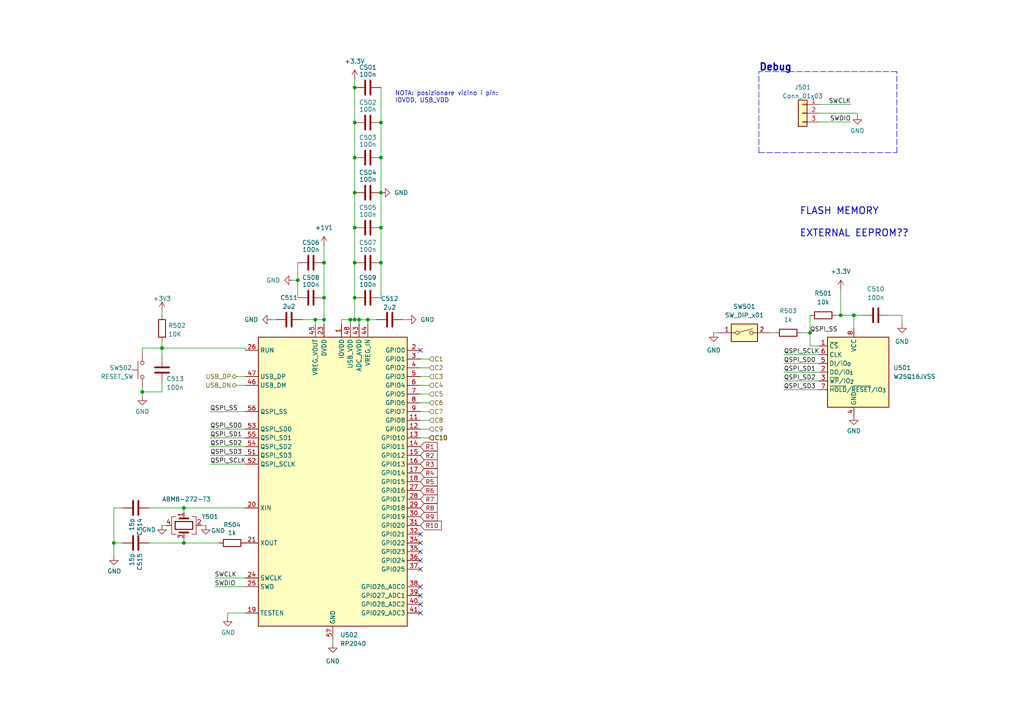
<source format=kicad_sch>
(kicad_sch (version 20250114) (generator "eeschema") (generator_version "9.0")
  (paper "A4")
  (lib_symbols
    (symbol "Connector_Generic:Conn_01x03" (pin_names (offset 1.016) (hide yes))
      (property "Reference" "J" (at 0 5.08 0))
      (property "Value" "Conn_01x03" (at 0 -5.08 0))
      (symbol "Conn_01x03_1_1"
        (rectangle (start -1.27 3.81) (end 1.27 -3.81) (stroke (width 0.254)) (fill (type background)))
        (rectangle (start -1.27 2.667) (end 0 2.413) (stroke (width 0.1524)))
        (rectangle (start -1.27 0.127) (end 0 -0.127) (stroke (width 0.1524)))
        (rectangle (start -1.27 -2.413) (end 0 -2.667) (stroke (width 0.1524)))
        (pin passive line (at -5.08 2.54 0) (length 3.81) (name "Pin_1") (number "1"))
        (pin passive line (at -5.08 0 0) (length 3.81) (name "Pin_2") (number "2"))
        (pin passive line (at -5.08 -2.54 0) (length 3.81) (name "Pin_3") (number "3"))
      )
    )
    (symbol "Device:C" (pin_numbers (hide yes)) (pin_names (offset 0.254))
      (property "Reference" "C" (at 0.635 2.54 0))
      (property "Value" "C" (at 0.635 -2.54 0))
      (symbol "C_0_1"
        (polyline (pts (xy -2.032 0.762) (xy 2.032 0.762)) (stroke (width 0.508)))
        (polyline (pts (xy -2.032 -0.762) (xy 2.032 -0.762)) (stroke (width 0.508)))
      )
      (symbol "C_1_1"
        (pin passive line (at 0 3.81 270) (length 2.794) (name "~") (number "1"))
        (pin passive line (at 0 -3.81 90) (length 2.794) (name "~") (number "2"))
      )
    )
    (symbol "Device:Crystal_GND24" (pin_names (offset 1.016) (hide yes))
      (property "Reference" "Y" (at 3.175 5.08 0))
      (property "Value" "Crystal_GND24" (at 3.175 3.175 0))
      (symbol "Crystal_GND24_0_1"
        (polyline (pts (xy -2.54 2.286) (xy -2.54 3.556) (xy 2.54 3.556) (xy 2.54 2.286)))
        (polyline (pts (xy -2.54 0) (xy -2.032 0)))
        (polyline (pts (xy -2.54 -2.286) (xy -2.54 -3.556) (xy 2.54 -3.556) (xy 2.54 -2.286)))
        (polyline (pts (xy -2.032 -1.27) (xy -2.032 1.27)) (stroke (width 0.508)))
        (rectangle (start -1.143 2.54) (end 1.143 -2.54) (stroke (width 0.3048)))
        (polyline (pts (xy 0 3.556) (xy 0 3.81)))
        (polyline (pts (xy 0 -3.81) (xy 0 -3.556)))
        (polyline (pts (xy 2.032 0) (xy 2.54 0)))
        (polyline (pts (xy 2.032 -1.27) (xy 2.032 1.27)) (stroke (width 0.508)))
      )
      (symbol "Crystal_GND24_1_1"
        (pin passive line (at -3.81 0 0) (length 1.27) (name "1") (number "1"))
        (pin passive line (at 0 5.08 270) (length 1.27) (name "2") (number "2"))
        (pin passive line (at 0 -5.08 90) (length 1.27) (name "4") (number "4"))
        (pin passive line (at 3.81 0 180) (length 1.27) (name "3") (number "3"))
      )
    )
    (symbol "Device:R" (pin_numbers (hide yes)) (pin_names (offset 0))
      (property "Reference" "R" (at 2.032 0 90))
      (property "Value" "R" (at 0 0 90))
      (symbol "R_0_1"
        (rectangle (start -1.016 -2.54) (end 1.016 2.54) (stroke (width 0.254)))
      )
      (symbol "R_1_1"
        (pin passive line (at 0 3.81 270) (length 1.27) (name "~") (number "1"))
        (pin passive line (at 0 -3.81 90) (length 1.27) (name "~") (number "2"))
      )
    )
    (symbol "MCU_RaspberryPi:RP2040"
      (property "Reference" "U" (at 17.78 45.72 0))
      (property "Value" "RP2040" (at 17.78 43.18 0))
      (symbol "RP2040_0_1"
        (rectangle (start -21.59 41.91) (end 21.59 -41.91) (stroke (width 0.254)) (fill (type background)))
      )
      (symbol "RP2040_1_1"
        (pin input line (at -25.4 38.1 0) (length 3.81) (name "RUN") (number "26"))
        (pin bidirectional line (at -25.4 30.48 0) (length 3.81) (name "USB_DP") (number "47"))
        (pin bidirectional line (at -25.4 27.94 0) (length 3.81) (name "USB_DM") (number "46"))
        (pin bidirectional line (at -25.4 20.32 0) (length 3.81) (name "QSPI_SS") (number "56"))
        (pin bidirectional line (at -25.4 15.24 0) (length 3.81) (name "QSPI_SD0") (number "53"))
        (pin bidirectional line (at -25.4 12.7 0) (length 3.81) (name "QSPI_SD1") (number "55"))
        (pin bidirectional line (at -25.4 10.16 0) (length 3.81) (name "QSPI_SD2") (number "54"))
        (pin bidirectional line (at -25.4 7.62 0) (length 3.81) (name "QSPI_SD3") (number "51"))
        (pin output line (at -25.4 5.08 0) (length 3.81) (name "QSPI_SCLK") (number "52"))
        (pin input line (at -25.4 -7.62 0) (length 3.81) (name "XIN") (number "20"))
        (pin passive line (at -25.4 -17.78 0) (length 3.81) (name "XOUT") (number "21"))
        (pin input line (at -25.4 -27.94 0) (length 3.81) (name "SWCLK") (number "24"))
        (pin bidirectional line (at -25.4 -30.48 0) (length 3.81) (name "SWD") (number "25"))
        (pin input line (at -25.4 -38.1 0) (length 3.81) (name "TESTEN") (number "19"))
        (pin power_out line (at -5.08 45.72 270) (length 3.81) (name "VREG_VOUT") (number "45"))
        (pin power_in line (at -2.54 45.72 270) (length 3.81) (name "DVDD") (number "23"))
        (pin passive line (at -2.54 45.72 270) (length 3.81) (hide yes) (name "DVDD") (number "50"))
        (pin power_in line (at 0 -45.72 90) (length 3.81) (name "GND") (number "57"))
        (pin power_in line (at 2.54 45.72 270) (length 3.81) (name "IOVDD") (number "1"))
        (pin passive line (at 2.54 45.72 270) (length 3.81) (hide yes) (name "IOVDD") (number "10"))
        (pin passive line (at 2.54 45.72 270) (length 3.81) (hide yes) (name "IOVDD") (number "22"))
        (pin passive line (at 2.54 45.72 270) (length 3.81) (hide yes) (name "IOVDD") (number "33"))
        (pin passive line (at 2.54 45.72 270) (length 3.81) (hide yes) (name "IOVDD") (number "42"))
        (pin passive line (at 2.54 45.72 270) (length 3.81) (hide yes) (name "IOVDD") (number "49"))
        (pin power_in line (at 5.08 45.72 270) (length 3.81) (name "USB_VDD") (number "48"))
        (pin power_in line (at 7.62 45.72 270) (length 3.81) (name "ADC_AVDD") (number "43"))
        (pin power_in line (at 10.16 45.72 270) (length 3.81) (name "VREG_IN") (number "44"))
        (pin bidirectional line (at 25.4 38.1 180) (length 3.81) (name "GPIO0") (number "2"))
        (pin bidirectional line (at 25.4 35.56 180) (length 3.81) (name "GPIO1") (number "3"))
        (pin bidirectional line (at 25.4 33.02 180) (length 3.81) (name "GPIO2") (number "4"))
        (pin bidirectional line (at 25.4 30.48 180) (length 3.81) (name "GPIO3") (number "5"))
        (pin bidirectional line (at 25.4 27.94 180) (length 3.81) (name "GPIO4") (number "6"))
        (pin bidirectional line (at 25.4 25.4 180) (length 3.81) (name "GPIO5") (number "7"))
        (pin bidirectional line (at 25.4 22.86 180) (length 3.81) (name "GPIO6") (number "8"))
        (pin bidirectional line (at 25.4 20.32 180) (length 3.81) (name "GPIO7") (number "9"))
        (pin bidirectional line (at 25.4 17.78 180) (length 3.81) (name "GPIO8") (number "11"))
        (pin bidirectional line (at 25.4 15.24 180) (length 3.81) (name "GPIO9") (number "12"))
        (pin bidirectional line (at 25.4 12.7 180) (length 3.81) (name "GPIO10") (number "13"))
        (pin bidirectional line (at 25.4 10.16 180) (length 3.81) (name "GPIO11") (number "14"))
        (pin bidirectional line (at 25.4 7.62 180) (length 3.81) (name "GPIO12") (number "15"))
        (pin bidirectional line (at 25.4 5.08 180) (length 3.81) (name "GPIO13") (number "16"))
        (pin bidirectional line (at 25.4 2.54 180) (length 3.81) (name "GPIO14") (number "17"))
        (pin bidirectional line (at 25.4 0 180) (length 3.81) (name "GPIO15") (number "18"))
        (pin bidirectional line (at 25.4 -2.54 180) (length 3.81) (name "GPIO16") (number "27"))
        (pin bidirectional line (at 25.4 -5.08 180) (length 3.81) (name "GPIO17") (number "28"))
        (pin bidirectional line (at 25.4 -7.62 180) (length 3.81) (name "GPIO18") (number "29"))
        (pin bidirectional line (at 25.4 -10.16 180) (length 3.81) (name "GPIO19") (number "30"))
        (pin bidirectional line (at 25.4 -12.7 180) (length 3.81) (name "GPIO20") (number "31"))
        (pin bidirectional line (at 25.4 -15.24 180) (length 3.81) (name "GPIO21") (number "32"))
        (pin bidirectional line (at 25.4 -17.78 180) (length 3.81) (name "GPIO22") (number "34"))
        (pin bidirectional line (at 25.4 -20.32 180) (length 3.81) (name "GPIO23") (number "35"))
        (pin bidirectional line (at 25.4 -22.86 180) (length 3.81) (name "GPIO24") (number "36"))
        (pin bidirectional line (at 25.4 -25.4 180) (length 3.81) (name "GPIO25") (number "37"))
        (pin bidirectional line (at 25.4 -30.48 180) (length 3.81) (name "GPIO26_ADC0") (number "38"))
        (pin bidirectional line (at 25.4 -33.02 180) (length 3.81) (name "GPIO27_ADC1") (number "39"))
        (pin bidirectional line (at 25.4 -35.56 180) (length 3.81) (name "GPIO28_ADC2") (number "40"))
        (pin bidirectional line (at 25.4 -38.1 180) (length 3.81) (name "GPIO29_ADC3") (number "41"))
      )
    )
    (symbol "Memory_Flash:W25Q16JVSS"
      (property "Reference" "U" (at -6.35 11.43 0))
      (property "Value" "W25Q16JVSS" (at 7.62 11.43 0))
      (symbol "W25Q16JVSS_0_1"
        (rectangle (start -7.62 10.16) (end 10.16 -10.16) (stroke (width 0.254)) (fill (type background)))
      )
      (symbol "W25Q16JVSS_1_1"
        (pin input line (at -10.16 7.62 0) (length 2.54) (name "~{CS}") (number "1"))
        (pin input line (at -10.16 5.08 0) (length 2.54) (name "CLK") (number "6"))
        (pin bidirectional line (at -10.16 2.54 0) (length 2.54) (name "DI/IO_{0}") (number "5"))
        (pin bidirectional line (at -10.16 0 0) (length 2.54) (name "DO/IO_{1}") (number "2"))
        (pin bidirectional line (at -10.16 -2.54 0) (length 2.54) (name "~{WP}/IO_{2}") (number "3"))
        (pin bidirectional line (at -10.16 -5.08 0) (length 2.54) (name "~{HOLD}/~{RESET}/IO_{3}") (number "7"))
        (pin power_in line (at 0 12.7 270) (length 2.54) (name "VCC") (number "8"))
        (pin power_in line (at 0 -12.7 90) (length 2.54) (name "GND") (number "4"))
      )
    )
    (symbol "Switch:SW_DIP_x01" (pin_names (offset 0) (hide yes))
      (property "Reference" "SW" (at 0 3.81 0))
      (property "Value" "SW_DIP_x01" (at 0 -3.81 0))
      (symbol "SW_DIP_x01_0_0"
        (circle (center -2.032 0) (radius 0.508))
        (polyline (pts (xy -1.524 0.127) (xy 2.3622 1.1684)))
        (circle (center 2.032 0) (radius 0.508))
      )
      (symbol "SW_DIP_x01_0_1"
        (rectangle (start -3.81 2.54) (end 3.81 -2.54) (stroke (width 0.254)) (fill (type background)))
      )
      (symbol "SW_DIP_x01_1_1"
        (pin passive line (at -7.62 0 0) (length 5.08) (name "~") (number "1"))
        (pin passive line (at 7.62 0 180) (length 5.08) (name "~") (number "2"))
      )
    )
    (symbol "Switch:SW_Push" (pin_numbers (hide yes)) (pin_names (offset 1.016) (hide yes))
      (property "Reference" "SW" (at 1.27 2.54 0))
      (property "Value" "SW_Push" (at 0 -1.524 0))
      (symbol "SW_Push_0_1"
        (circle (center -2.032 0) (radius 0.508))
        (polyline (pts (xy 0 1.27) (xy 0 3.048)))
        (circle (center 2.032 0) (radius 0.508))
        (polyline (pts (xy 2.54 1.27) (xy -2.54 1.27)))
        (pin passive line (at -5.08 0 0) (length 2.54) (name "1") (number "1"))
        (pin passive line (at 5.08 0 180) (length 2.54) (name "2") (number "2"))
      )
    )
    (symbol "power:+1V1" (power) (pin_numbers (hide yes)) (pin_names (offset 0) (hide yes))
      (property "Value" "+1V1" (at 0 3.556 0))
      (symbol "+1V1_0_1"
        (polyline (pts (xy -0.762 1.27) (xy 0 2.54)))
        (polyline (pts (xy 0 2.54) (xy 0.762 1.27)))
        (polyline (pts (xy 0 0) (xy 0 2.54)))
      )
      (symbol "+1V1_1_1"
        (pin power_in line (at 0 0 90) (length 0) (name "~") (number "1"))
      )
    )
    (symbol "power:+3.3V" (power) (pin_numbers (hide yes)) (pin_names (offset 0) (hide yes))
      (property "Value" "+3.3V" (at 0 3.556 0))
      (symbol "+3.3V_0_1"
        (polyline (pts (xy -0.762 1.27) (xy 0 2.54)))
        (polyline (pts (xy 0 2.54) (xy 0.762 1.27)))
        (polyline (pts (xy 0 0) (xy 0 2.54)))
      )
      (symbol "+3.3V_1_1"
        (pin power_in line (at 0 0 90) (length 0) (name "~") (number "1"))
      )
    )
    (symbol "power:+3V3" (power) (pin_names (offset 0))
      (property "Value" "+3V3" (at 0 3.556 0))
      (symbol "+3V3_0_1"
        (polyline (pts (xy -0.762 1.27) (xy 0 2.54)))
        (polyline (pts (xy 0 2.54) (xy 0.762 1.27)))
        (polyline (pts (xy 0 0) (xy 0 2.54)))
      )
      (symbol "+3V3_1_1"
        (pin power_in line (at 0 0 90) (length 0) (hide yes) (name "+3V3") (number "1"))
      )
    )
    (symbol "power:GND" (power) (pin_numbers (hide yes)) (pin_names (offset 0) (hide yes))
      (property "Value" "GND" (at 0 -3.81 0))
      (symbol "GND_0_1"
        (polyline (pts (xy 0 0) (xy 0 -1.27) (xy 1.27 -1.27) (xy 0 -2.54) (xy -1.27 -1.27) (xy 0 -1.27)))
      )
      (symbol "GND_1_1"
        (pin power_in line (at 0 0 270) (length 0) (name "~") (number "1"))
      )
    )
  )
  (text "NOTA: posizionare vicino i pin: \nIOVDD, USB_VDD" (at 114.554 29.972 0) (effects (font (size 1.27 1.27)) (justify left bottom)))
  (text "FLASH MEMORY\n\nEXTERNAL EEPROM??\n" (at 231.902 64.516 0) (effects (font (size 2 2) (thickness 0.254) (bold yes)) (justify left)))
  (text "Debug" (at 220.1092 20.7684 0) (effects (font (size 2 2) (thickness 0.4) (bold yes)) (justify left bottom)))
  (junction (at 93.98 92.71))
  (junction (at 86.36 81.28))
  (junction (at 106.68 92.71))
  (junction (at 102.87 92.71))
  (junction (at 102.87 25.4))
  (junction (at 102.87 45.72))
  (junction (at 110.49 66.04))
  (junction (at 104.14 92.71))
  (junction (at 234.95 96.52))
  (junction (at 93.98 86.36))
  (junction (at 110.49 76.2))
  (junction (at 93.98 76.2))
  (junction (at 102.87 55.88))
  (junction (at 102.87 35.56))
  (junction (at 46.99 100.965))
  (junction (at 102.87 76.2))
  (junction (at 102.87 66.04))
  (junction (at 91.44 92.71))
  (junction (at 110.49 45.72))
  (junction (at 33.02 157.48))
  (junction (at 53.34 147.32))
  (junction (at 247.65 91.44))
  (junction (at 110.49 35.56))
  (junction (at 110.49 55.88))
  (junction (at 53.34 157.48))
  (junction (at 41.275 113.665))
  (junction (at 101.6 92.71))
  (junction (at 243.84 91.44))
  (junction (at 102.87 86.36))
  (no_connect (at 121.92 157.48))
  (no_connect (at 121.92 175.26))
  (no_connect (at 121.92 165.1))
  (no_connect (at 121.92 170.18))
  (no_connect (at 121.92 162.56))
  (no_connect (at 121.92 172.72))
  (no_connect (at 121.92 101.6))
  (no_connect (at 121.92 177.8))
  (no_connect (at 121.92 154.94))
  (no_connect (at 121.92 160.02))
  (wire (pts (xy 242.57 91.44) (xy 243.84 91.44)))
  (wire (pts (xy 93.98 92.71) (xy 93.98 93.98)))
  (wire (pts (xy 104.14 92.71) (xy 104.14 93.98)))
  (wire (pts (xy 93.98 71.12) (xy 93.98 76.2)))
  (wire (pts (xy 60.96 129.54) (xy 71.12 129.54)))
  (wire (pts (xy 41.275 100.965) (xy 46.99 100.965)))
  (wire (pts (xy 232.41 96.52) (xy 234.95 96.52)))
  (wire (pts (xy 43.18 157.48) (xy 53.34 157.48)))
  (wire (pts (xy 121.92 121.92) (xy 124.46 121.92)))
  (wire (pts (xy 237.8892 35.3734) (xy 246.7792 35.3734)))
  (wire (pts (xy 237.8892 32.8334) (xy 248.6842 32.8334)))
  (wire (pts (xy 46.99 113.665) (xy 41.275 113.665)))
  (wire (pts (xy 110.49 76.2) (xy 110.49 66.04)))
  (wire (pts (xy 118.11 92.71) (xy 116.84 92.71)))
  (wire (pts (xy 46.99 100.965) (xy 71.12 100.965)))
  (wire (pts (xy 102.87 76.2) (xy 102.87 86.36)))
  (wire (pts (xy 121.92 127) (xy 124.46 127)))
  (wire (pts (xy 46.99 90.17) (xy 46.99 91.44)))
  (wire (pts (xy 68.58 109.22) (xy 71.12 109.22)))
  (wire (pts (xy 53.34 147.32) (xy 71.12 147.32)))
  (wire (pts (xy 85.09 81.28) (xy 86.36 81.28)))
  (wire (pts (xy 102.87 25.4) (xy 102.87 35.56)))
  (wire (pts (xy 102.87 86.36) (xy 102.87 92.71)))
  (wire (pts (xy 60.96 127) (xy 71.12 127)))
  (polyline (pts (xy 220.1092 22.0384) (xy 220.1092 44.2634)) (stroke (width 0) (type dash)))
  (polyline (pts (xy 260.1142 44.2634) (xy 260.1142 20.7684)) (stroke (width 0) (type dash)))
  (wire (pts (xy 53.34 157.48) (xy 63.5 157.48)))
  (wire (pts (xy 121.92 109.22) (xy 124.46 109.22)))
  (wire (pts (xy 121.92 114.3) (xy 124.46 114.3)))
  (wire (pts (xy 102.87 22.86) (xy 102.87 25.4)))
  (wire (pts (xy 121.92 116.84) (xy 124.46 116.84)))
  (wire (pts (xy 35.56 147.32) (xy 33.02 147.32)))
  (wire (pts (xy 227.33 102.87) (xy 237.49 102.87)))
  (polyline (pts (xy 260.1142 20.7684) (xy 220.1092 20.7684)) (stroke (width 0) (type dash)))
  (wire (pts (xy 110.49 66.04) (xy 110.49 55.88)))
  (wire (pts (xy 68.58 111.76) (xy 71.12 111.76)))
  (wire (pts (xy 46.99 99.06) (xy 46.99 100.965)))
  (wire (pts (xy 60.96 134.62) (xy 71.12 134.62)))
  (wire (pts (xy 87.63 92.71) (xy 91.44 92.71)))
  (wire (pts (xy 106.68 92.71) (xy 106.68 93.98)))
  (wire (pts (xy 53.34 156.21) (xy 53.34 157.48)))
  (wire (pts (xy 93.98 86.36) (xy 93.98 92.71)))
  (wire (pts (xy 227.33 107.95) (xy 237.49 107.95)))
  (wire (pts (xy 110.49 45.72) (xy 110.49 55.88)))
  (wire (pts (xy 99.06 92.71) (xy 99.06 93.98)))
  (wire (pts (xy 46.99 111.125) (xy 46.99 113.665)))
  (wire (pts (xy 227.33 105.41) (xy 237.49 105.41)))
  (wire (pts (xy 71.12 100.965) (xy 71.12 101.6)))
  (wire (pts (xy 121.92 106.68) (xy 124.46 106.68)))
  (wire (pts (xy 66.04 177.8) (xy 66.04 179.07)))
  (wire (pts (xy 261.62 91.44) (xy 261.62 93.98)))
  (wire (pts (xy 102.87 66.04) (xy 102.87 76.2)))
  (wire (pts (xy 234.95 100.33) (xy 237.49 100.33)))
  (wire (pts (xy 102.87 35.56) (xy 102.87 45.72)))
  (wire (pts (xy 243.84 83.82) (xy 243.84 91.44)))
  (wire (pts (xy 227.33 113.03) (xy 237.49 113.03)))
  (wire (pts (xy 96.52 185.42) (xy 96.52 186.69)))
  (wire (pts (xy 60.96 132.08) (xy 71.12 132.08)))
  (polyline (pts (xy 220.1092 44.2634) (xy 260.1142 44.2634)) (stroke (width 0) (type dash)))
  (wire (pts (xy 91.44 92.71) (xy 93.98 92.71)))
  (wire (pts (xy 58.42 152.4) (xy 59.69 152.4)))
  (wire (pts (xy 121.92 119.38) (xy 124.46 119.38)))
  (wire (pts (xy 234.95 96.52) (xy 234.95 100.33)))
  (wire (pts (xy 71.12 177.8) (xy 66.04 177.8)))
  (wire (pts (xy 60.96 119.38) (xy 71.12 119.38)))
  (wire (pts (xy 91.44 93.98) (xy 91.44 92.71)))
  (wire (pts (xy 227.33 110.49) (xy 237.49 110.49)))
  (wire (pts (xy 247.65 91.44) (xy 250.19 91.44)))
  (wire (pts (xy 43.18 147.32) (xy 53.34 147.32)))
  (wire (pts (xy 121.92 111.76) (xy 124.46 111.76)))
  (wire (pts (xy 243.84 91.44) (xy 247.65 91.44)))
  (wire (pts (xy 234.95 91.44) (xy 234.95 96.52)))
  (wire (pts (xy 101.6 92.71) (xy 102.87 92.71)))
  (wire (pts (xy 101.6 92.71) (xy 101.6 93.98)))
  (wire (pts (xy 41.275 102.235) (xy 41.275 100.965)))
  (wire (pts (xy 257.81 91.44) (xy 261.62 91.44)))
  (wire (pts (xy 102.87 45.72) (xy 102.87 55.88)))
  (wire (pts (xy 124.46 104.14) (xy 121.92 104.14)))
  (wire (pts (xy 46.99 100.965) (xy 46.99 103.505)))
  (wire (pts (xy 41.275 113.665) (xy 41.275 114.935)))
  (wire (pts (xy 102.87 55.88) (xy 102.87 66.04)))
  (wire (pts (xy 62.23 170.18) (xy 71.12 170.18)))
  (wire (pts (xy 35.56 157.48) (xy 33.02 157.48)))
  (wire (pts (xy 86.36 86.36) (xy 86.36 81.28)))
  (wire (pts (xy 41.275 113.665) (xy 41.275 112.395)))
  (wire (pts (xy 60.96 124.46) (xy 71.12 124.46)))
  (wire (pts (xy 121.92 124.46) (xy 124.46 124.46)))
  (wire (pts (xy 248.6842 32.8334) (xy 248.6842 33.4684)))
  (wire (pts (xy 237.8892 30.2934) (xy 246.7792 30.2934)))
  (wire (pts (xy 78.74 92.71) (xy 80.01 92.71)))
  (wire (pts (xy 106.68 92.71) (xy 109.22 92.71)))
  (wire (pts (xy 93.98 76.2) (xy 93.98 86.36)))
  (wire (pts (xy 33.02 157.48) (xy 33.02 161.29)))
  (wire (pts (xy 62.23 167.64) (xy 71.12 167.64)))
  (wire (pts (xy 86.36 76.2) (xy 86.36 81.28)))
  (wire (pts (xy 53.34 148.59) (xy 53.34 147.32)))
  (wire (pts (xy 110.49 86.36) (xy 110.49 76.2)))
  (polyline (pts (xy 220.1092 20.7684) (xy 220.1092 21.4034)) (stroke (width 0) (type dash)))
  (wire (pts (xy 99.06 92.71) (xy 101.6 92.71)))
  (wire (pts (xy 46.99 152.4) (xy 48.26 152.4)))
  (wire (pts (xy 224.79 96.52) (xy 223.52 96.52)))
  (wire (pts (xy 102.87 92.71) (xy 104.14 92.71)))
  (wire (pts (xy 208.28 96.52) (xy 207.01 96.52)))
  (wire (pts (xy 247.65 91.44) (xy 247.65 95.25)))
  (wire (pts (xy 110.49 25.4) (xy 110.49 35.56)))
  (wire (pts (xy 110.49 35.56) (xy 110.49 45.72)))
  (wire (pts (xy 33.02 147.32) (xy 33.02 157.48)))
  (wire (pts (xy 104.14 92.71) (xy 106.68 92.71)))
  (label "QSPI_SD1" (at 60.96 127 0))
  (label "SWCLK" (at 246.7792 30.2934 180))
  (label "QSPI_SD0" (at 227.33 105.41 0))
  (label "QSPI_SS" (at 60.96 119.38 0))
  (label "QSPI_SS" (at 234.95 96.52 0))
  (label "QSPI_SCLK" (at 227.33 102.87 0))
  (label "QSPI_SD1" (at 227.33 107.95 0))
  (label "SWDIO" (at 246.7792 35.3734 180))
  (label "QSPI_SD3" (at 227.33 113.03 0))
  (label "SWDIO" (at 62.23 170.18 0))
  (label "QSPI_SD3" (at 60.96 132.08 0))
  (label "SWCLK" (at 62.23 167.64 0))
  (label "QSPI_SD0" (at 60.96 124.46 0))
  (label "QSPI_SCLK" (at 60.96 134.62 0))
  (label "QSPI_SD2" (at 227.33 110.49 0))
  (label "QSPI_SD2" (at 60.96 129.54 0))
  (global_label "R5" (shape input) (at 121.92 139.7 0) (property "Intersheetrefs" "${INTERSHEET_REFS}" (effects (hide yes))))
  (global_label "R1" (shape input) (at 121.92 129.54 0) (property "Intersheetrefs" "${INTERSHEET_REFS}" (effects (hide yes))))
  (global_label "R8" (shape input) (at 121.92 147.32 0) (property "Intersheetrefs" "${INTERSHEET_REFS}" (effects (hide yes))))
  (global_label "R4" (shape input) (at 121.92 137.16 0) (property "Intersheetrefs" "${INTERSHEET_REFS}" (effects (hide yes))))
  (global_label "R9" (shape input) (at 121.92 149.86 0) (property "Intersheetrefs" "${INTERSHEET_REFS}" (effects (hide yes))))
  (global_label "R3" (shape input) (at 121.92 134.62 0) (property "Intersheetrefs" "${INTERSHEET_REFS}" (effects (hide yes))))
  (global_label "R10" (shape input) (at 121.92 152.4 0) (property "Intersheetrefs" "${INTERSHEET_REFS}" (effects (hide yes))))
  (global_label "R6" (shape input) (at 121.92 142.24 0) (property "Intersheetrefs" "${INTERSHEET_REFS}" (effects (hide yes))))
  (global_label "R2" (shape input) (at 121.92 132.08 0) (property "Intersheetrefs" "${INTERSHEET_REFS}" (effects (hide yes))))
  (global_label "R7" (shape input) (at 121.92 144.78 0) (property "Intersheetrefs" "${INTERSHEET_REFS}" (effects (hide yes))))
  (hierarchical_label "C3" (shape input) (at 124.46 109.22 0))
  (hierarchical_label "C1" (shape input) (at 124.46 104.14 0) (effects (font (thickness 0.1588))))
  (hierarchical_label "C2" (shape input) (at 124.46 106.68 0))
  (hierarchical_label "C6" (shape input) (at 124.46 116.84 0))
  (hierarchical_label "C5" (shape input) (at 124.46 114.3 0))
  (hierarchical_label "C10" (shape input) (at 124.46 127 0) (effects (font (thickness 0.254) (bold yes))))
  (hierarchical_label "C4" (shape input) (at 124.46 111.76 0))
  (hierarchical_label "USB_DP" (shape bidirectional) (at 68.58 109.22 180))
  (hierarchical_label "USB_DN" (shape bidirectional) (at 68.58 111.76 180))
  (hierarchical_label "C8" (shape input) (at 124.46 121.92 0))
  (hierarchical_label "C9" (shape input) (at 124.46 124.46 0))
  (hierarchical_label "C7" (shape input) (at 124.46 119.38 0))
  (symbol (lib_id "power:GND") (at 96.52 186.69 0) (unit 1)
    (property "Reference" "#PWR0518" (effects (hide yes)))
    (property "Value" "GND" (at 96.52 191.77 0))
    (property "Description" "Power symbol creates a global label with name \"GND\" , ground" (effects (hide yes)))
  )
  (symbol (lib_id "Device:C") (at 39.37 147.32 270) (unit 1)
    (property "Reference" "C514" (at 40.5384 150.241 0) (effects (justify left)))
    (property "Value" "15p" (at 38.227 150.241 0) (effects (justify left)))
    (property "Footprint" "Capacitor_SMD:C_0603_1608Metric" (effects (hide yes)))
  )
  (symbol (lib_id "power:GND") (at 207.01 96.52 0) (unit 1)
    (property "Reference" "#PWR0511" (effects (hide yes)))
    (property "Value" "GND" (at 207.01 101.6 0))
    (property "Description" "Power symbol creates a global label with name \"GND\" , ground" (effects (hide yes)))
  )
  (symbol (lib_id "Device:C") (at 106.68 86.36 90) (unit 1)
    (property "Reference" "C509" (at 106.68 80.518 90))
    (property "Value" "100n" (at 106.68 82.55 90))
    (property "Footprint" "Capacitor_SMD:C_0603_1608Metric" (effects (hide yes)))
    (property "Description" "Unpolarized capacitor" (effects (hide yes)))
  )
  (symbol (lib_id "Device:C") (at 106.68 66.04 90) (unit 1)
    (property "Reference" "C505" (at 106.68 60.198 90))
    (property "Value" "100n" (at 106.68 62.23 90))
    (property "Footprint" "Capacitor_SMD:C_0603_1608Metric" (effects (hide yes)))
    (property "Description" "Unpolarized capacitor" (effects (hide yes)))
  )
  (symbol (lib_id "Device:C") (at 106.68 25.4 90) (unit 1)
    (property "Reference" "C501" (at 106.68 19.558 90))
    (property "Value" "100n" (at 106.68 21.59 90))
    (property "Footprint" "Capacitor_SMD:C_0603_1608Metric" (effects (hide yes)))
    (property "Description" "Unpolarized capacitor" (effects (hide yes)))
  )
  (symbol (lib_id "Memory_Flash:W25Q16JVSS") (at 247.65 107.95 0) (unit 1)
    (property "Reference" "U501" (at 259.08 106.6799 0) (effects (justify left)))
    (property "Value" "W25Q16JVSS" (at 259.08 109.2199 0) (effects (justify left)))
    (property "Footprint" "Package_SO:SOIC-8_5.3x5.3mm_P1.27mm" (effects (hide yes)))
    (property "Datasheet" "https://www.winbond.com/hq/support/documentation/levelOne.jsp?__locale=en&DocNo=DA00-W25Q16JV.1" (effects (hide yes)))
    (property "Description" "16Mbit / 2MiB Serial Flash Memory, Standard/Dual/Quad SPI, 2.7-3.6V, SOIC-8 (208 mil)" (effects (hide yes)))
  )
  (symbol (lib_id "power:GND") (at 248.6842 33.4684 0) (unit 1)
    (property "Reference" "#PWR0502" (effects (hide yes)))
    (property "Value" "GND" (at 248.6842 37.9118 0))
  )
  (symbol (lib_id "Device:R") (at 46.99 95.25 0) (unit 1)
    (property "Reference" "R502" (at 48.768 94.4153 0) (effects (justify left)))
    (property "Value" "10K" (at 48.768 96.9522 0) (effects (justify left)))
    (property "Footprint" "Resistor_SMD:R_0603_1608Metric" (effects (hide yes)))
  )
  (symbol (lib_id "Device:Crystal_GND24") (at 53.34 152.4 270) (unit 1)
    (property "Reference" "Y501" (at 58.42 149.86 90) (effects (justify left)))
    (property "Value" "ABM8-272-T3" (at 46.99 144.78 90) (effects (justify left)))
    (property "Footprint" "Crystal:Crystal_SMD_3225-4Pin_3.2x2.5mm" (effects (hide yes)))
  )
  (symbol (lib_id "Device:C") (at 106.68 76.2 90) (unit 1)
    (property "Reference" "C507" (at 106.68 70.358 90))
    (property "Value" "100n" (at 106.68 72.39 90))
    (property "Footprint" "Capacitor_SMD:C_0603_1608Metric" (effects (hide yes)))
    (property "Description" "Unpolarized capacitor" (effects (hide yes)))
  )
  (symbol (lib_id "power:GND") (at 85.09 81.28 270) (unit 1)
    (property "Reference" "#PWR0505" (effects (hide yes)))
    (property "Value" "GND" (at 81.28 81.2799 90) (effects (justify right)))
    (property "Description" "Power symbol creates a global label with name \"GND\" , ground" (effects (hide yes)))
  )
  (symbol (lib_id "power:GND") (at 66.04 179.07 0) (unit 1)
    (property "Reference" "#PWR0517" (effects (hide yes)))
    (property "Value" "GND" (at 66.167 183.4642 0))
  )
  (symbol (lib_id "Connector_Generic:Conn_01x03") (at 232.8092 32.8334 0) (mirror y) (unit 1)
    (property "Reference" "J501" (at 232.8092 25.3236 0))
    (property "Value" "Conn_01x03" (at 232.8092 27.8605 0))
    (property "Footprint" "Connector_PinHeader_2.54mm:PinHeader_1x03_P2.54mm_Vertical" (effects (hide yes)))
  )
  (symbol (lib_id "Device:C") (at 106.68 55.88 90) (unit 1)
    (property "Reference" "C504" (at 106.68 50.038 90))
    (property "Value" "100n" (at 106.68 52.07 90))
    (property "Footprint" "Capacitor_SMD:C_0603_1608Metric" (effects (hide yes)))
    (property "Description" "Unpolarized capacitor" (effects (hide yes)))
  )
  (symbol (lib_id "Device:R") (at 228.6 96.52 90) (unit 1)
    (property "Reference" "R503" (at 228.6 90.17 90))
    (property "Value" "1k" (at 228.6 92.71 90))
    (property "Footprint" "Resistor_SMD:R_0603_1608Metric" (effects (hide yes)))
    (property "Description" "Resistor" (effects (hide yes)))
  )
  (symbol (lib_id "Device:C") (at 106.68 35.56 90) (unit 1)
    (property "Reference" "C502" (at 106.68 29.718 90))
    (property "Value" "100n" (at 106.68 31.75 90))
    (property "Footprint" "Capacitor_SMD:C_0603_1608Metric" (effects (hide yes)))
    (property "Description" "Unpolarized capacitor" (effects (hide yes)))
  )
  (symbol (lib_id "power:GND") (at 33.02 161.29 0) (unit 1)
    (property "Reference" "#PWR0516" (effects (hide yes)))
    (property "Value" "GND" (at 33.147 165.6842 0))
  )
  (symbol (lib_id "Device:C") (at 90.17 86.36 90) (unit 1)
    (property "Reference" "C508" (at 90.17 80.518 90))
    (property "Value" "100n" (at 90.17 82.55 90))
    (property "Footprint" "Capacitor_SMD:C_0603_1608Metric" (effects (hide yes)))
    (property "Description" "Unpolarized capacitor" (effects (hide yes)))
  )
  (symbol (lib_id "power:+1V1") (at 93.98 71.12 0) (unit 1)
    (property "Reference" "#PWR0504" (effects (hide yes)))
    (property "Value" "+1V1" (at 93.98 66.04 0))
    (property "Description" "Power symbol creates a global label with name \"+1V1\"" (effects (hide yes)))
  )
  (symbol (lib_id "power:+3V3") (at 46.99 90.17 0) (unit 1)
    (property "Reference" "#PWR0507" (effects (hide yes)))
    (property "Value" "+3V3" (at 46.99 86.5942 0))
  )
  (symbol (lib_id "power:GND") (at 41.275 114.935 0) (unit 1)
    (property "Reference" "#PWR0512" (effects (hide yes)))
    (property "Value" "GND" (at 41.275 119.3784 0))
  )
  (symbol (lib_id "power:GND") (at 247.65 120.65 0) (unit 1)
    (property "Reference" "#PWR0513" (effects (hide yes)))
    (property "Value" "GND" (at 247.65 124.968 0))
    (property "Description" "Power symbol creates a global label with name \"GND\" , ground" (effects (hide yes)))
  )
  (symbol (lib_id "Device:C") (at 46.99 107.315 0) (unit 1)
    (property "Reference" "C513" (at 48.26 109.8581 0) (effects (justify left)))
    (property "Value" "100n" (at 48.26 112.395 0) (effects (justify left)))
    (property "Footprint" "Capacitor_SMD:C_0603_1608Metric" (effects (hide yes)))
  )
  (symbol (lib_id "Device:C") (at 254 91.44 270) (unit 1)
    (property "Reference" "C510" (at 254 83.82 90))
    (property "Value" "100n" (at 254 86.36 90))
    (property "Footprint" "Capacitor_SMD:C_0603_1608Metric" (effects (hide yes)))
    (property "Description" "Unpolarized capacitor" (effects (hide yes)))
  )
  (symbol (lib_id "Device:C") (at 83.82 92.71 90) (unit 1)
    (property "Reference" "C511" (at 83.82 86.36 90))
    (property "Value" "2u2" (at 83.82 88.9 90))
    (property "Footprint" "Capacitor_SMD:C_0603_1608Metric" (effects (hide yes)))
    (property "Description" "Unpolarized capacitor" (effects (hide yes)))
  )
  (symbol (lib_id "power:GND") (at 46.99 152.4 0) (unit 1)
    (property "Reference" "#PWR0514" (effects (hide yes)))
    (property "Value" "GND" (at 43.18 153.67 0))
  )
  (symbol (lib_id "Switch:SW_DIP_x01") (at 215.9 96.52 0) (unit 1)
    (property "Reference" "SW501" (at 215.9 88.9 0))
    (property "Value" "SW_DIP_x01" (at 215.9 91.44 0))
    (property "Footprint" "Button_Switch_SMD:SW_DIP_SPSTx01_Slide_6.7x4.1mm_W6.73mm_P2.54mm_LowProfile_JPin" (effects (hide yes)))
    (property "Description" "1x DIP Switch, Single Pole Single Throw (SPST) switch, small symbol" (effects (hide yes)))
  )
  (symbol (lib_id "Device:R") (at 67.31 157.48 270) (unit 1)
    (property "Reference" "R504" (at 67.31 152.2222 90))
    (property "Value" "1k" (at 67.31 154.5336 90))
    (property "Footprint" "Resistor_SMD:R_0603_1608Metric" (effects (hide yes)))
  )
  (symbol (lib_id "Device:R") (at 238.76 91.44 90) (unit 1)
    (property "Reference" "R501" (at 238.76 85.09 90))
    (property "Value" "10k" (at 238.76 87.63 90))
    (property "Footprint" "Resistor_SMD:R_0603_1608Metric" (effects (hide yes)))
    (property "Description" "Resistor" (effects (hide yes)))
  )
  (symbol (lib_id "Device:C") (at 113.03 92.71 90) (unit 1)
    (property "Reference" "C512" (at 113.03 86.614 90))
    (property "Value" "2u2" (at 113.03 89.154 90))
    (property "Footprint" "Capacitor_SMD:C_0603_1608Metric" (effects (hide yes)))
    (property "Description" "Unpolarized capacitor" (effects (hide yes)))
  )
  (symbol (lib_id "power:GND") (at 261.62 93.98 0) (unit 1)
    (property "Reference" "#PWR0510" (effects (hide yes)))
    (property "Value" "GND" (at 261.62 99.06 0))
    (property "Description" "Power symbol creates a global label with name \"GND\" , ground" (effects (hide yes)))
  )
  (symbol (lib_id "power:GND") (at 118.11 92.71 90) (unit 1)
    (property "Reference" "#PWR0509" (effects (hide yes)))
    (property "Value" "GND" (at 121.92 92.7099 90) (effects (justify right)))
    (property "Description" "Power symbol creates a global label with name \"GND\" , ground" (effects (hide yes)))
  )
  (symbol (lib_id "Device:C") (at 90.17 76.2 90) (unit 1)
    (property "Reference" "C506" (at 90.17 70.358 90))
    (property "Value" "100n" (at 90.17 72.39 90))
    (property "Footprint" "Capacitor_SMD:C_0603_1608Metric" (effects (hide yes)))
    (property "Description" "Unpolarized capacitor" (effects (hide yes)))
  )
  (symbol (lib_id "Switch:SW_Push") (at 41.275 107.315 90) (unit 1)
    (property "Reference" "SW502" (at 31.75 106.68 90) (effects (justify right)))
    (property "Value" "RESET_SW" (at 29.21 109.22 90) (effects (justify right)))
    (property "Footprint" "Button_Switch_SMD:SW_SPST_EVQP0" (effects (hide yes)))
  )
  (symbol (lib_id "power:+3.3V") (at 243.84 83.82 0) (unit 1)
    (property "Reference" "#PWR0506" (effects (hide yes)))
    (property "Value" "+3.3V" (at 243.84 78.74 0))
    (property "Description" "Power symbol creates a global label with name \"+3.3V\"" (effects (hide yes)))
  )
  (symbol (lib_id "power:+3.3V") (at 102.87 22.86 0) (unit 1)
    (property "Reference" "#PWR0501" (effects (hide yes)))
    (property "Value" "+3.3V" (at 102.87 17.78 0))
    (property "Description" "Power symbol creates a global label with name \"+3.3V\"" (effects (hide yes)))
  )
  (symbol (lib_id "power:GND") (at 78.74 92.71 270) (unit 1)
    (property "Reference" "#PWR0508" (effects (hide yes)))
    (property "Value" "GND" (at 74.93 92.7099 90) (effects (justify right)))
    (property "Description" "Power symbol creates a global label with name \"GND\" , ground" (effects (hide yes)))
  )
  (symbol (lib_id "Device:C") (at 106.68 45.72 90) (unit 1)
    (property "Reference" "C503" (at 106.68 39.878 90))
    (property "Value" "100n" (at 106.68 41.91 90))
    (property "Footprint" "Capacitor_SMD:C_0603_1608Metric" (effects (hide yes)))
    (property "Description" "Unpolarized capacitor" (effects (hide yes)))
  )
  (symbol (lib_id "MCU_RaspberryPi:RP2040") (at 96.52 139.7 0) (unit 1)
    (property "Reference" "U502" (at 98.6633 184.15 0) (effects (justify left)))
    (property "Value" "RP2040" (at 98.6633 186.69 0) (effects (justify left)))
    (property "Footprint" "Package_DFN_QFN:QFN-56-1EP_7x7mm_P0.4mm_EP3.2x3.2mm" (effects (hide yes)))
    (property "Datasheet" "https://datasheets.raspberrypi.com/rp2040/rp2040-datasheet.pdf" (effects (hide yes)))
    (property "Description" "A microcontroller by Raspberry Pi" (effects (hide yes)))
  )
  (symbol (lib_id "power:GND") (at 110.49 55.88 90) (unit 1)
    (property "Reference" "#PWR0503" (effects (hide yes)))
    (property "Value" "GND" (at 114.3 55.8799 90) (effects (justify right)))
    (property "Description" "Power symbol creates a global label with name \"GND\" , ground" (effects (hide yes)))
  )
  (symbol (lib_id "Device:C") (at 39.37 157.48 270) (unit 1)
    (property "Reference" "C515" (at 40.5384 160.401 0) (effects (justify left)))
    (property "Value" "15p" (at 38.227 160.401 0) (effects (justify left)))
    (property "Footprint" "Capacitor_SMD:C_0603_1608Metric" (effects (hide yes)))
  )
  (symbol (lib_id "power:GND") (at 59.69 152.4 0) (unit 1)
    (property "Reference" "#PWR0515" (effects (hide yes)))
    (property "Value" "GND" (at 63.246 153.924 0))
  )
)
</source>
